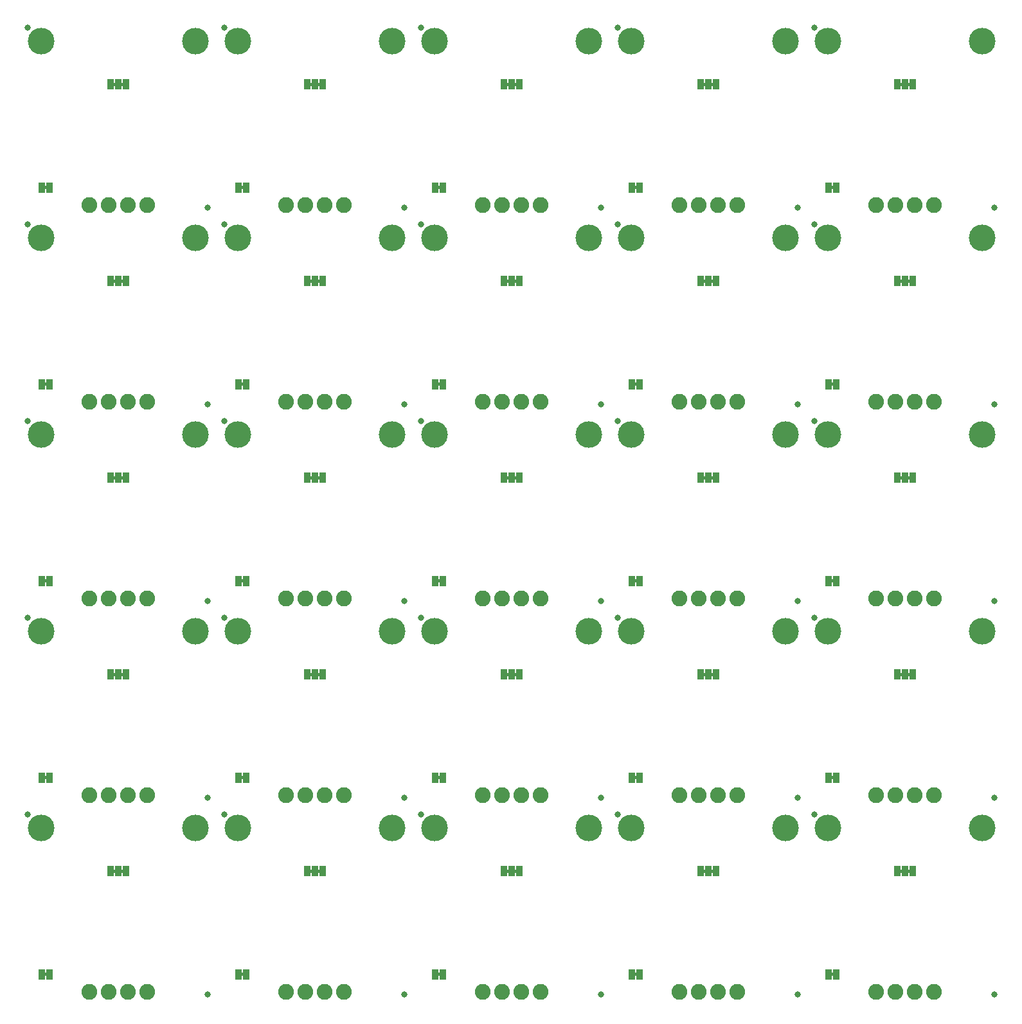
<source format=gbs>
G75*
%MOIN*%
%OFA0B0*%
%FSLAX25Y25*%
%IPPOS*%
%LPD*%
%AMOC8*
5,1,8,0,0,1.08239X$1,22.5*
%
%ADD10C,0.13800*%
%ADD11R,0.03300X0.05800*%
%ADD12C,0.00500*%
%ADD13C,0.08200*%
%ADD14C,0.03300*%
D10*
X0048342Y0118750D03*
X0128342Y0118750D03*
X0150342Y0118750D03*
X0230342Y0118750D03*
X0252342Y0118750D03*
X0332342Y0118750D03*
X0354342Y0118750D03*
X0434342Y0118750D03*
X0456342Y0118750D03*
X0536342Y0118750D03*
X0536342Y0220750D03*
X0456342Y0220750D03*
X0434342Y0220750D03*
X0354342Y0220750D03*
X0332342Y0220750D03*
X0252342Y0220750D03*
X0230342Y0220750D03*
X0150342Y0220750D03*
X0128342Y0220750D03*
X0048342Y0220750D03*
X0048342Y0322750D03*
X0128342Y0322750D03*
X0150342Y0322750D03*
X0230342Y0322750D03*
X0252342Y0322750D03*
X0332342Y0322750D03*
X0354342Y0322750D03*
X0434342Y0322750D03*
X0456342Y0322750D03*
X0536342Y0322750D03*
X0536342Y0424750D03*
X0456342Y0424750D03*
X0434342Y0424750D03*
X0354342Y0424750D03*
X0332342Y0424750D03*
X0252342Y0424750D03*
X0230342Y0424750D03*
X0150342Y0424750D03*
X0128342Y0424750D03*
X0048342Y0424750D03*
X0048342Y0526750D03*
X0128342Y0526750D03*
X0150342Y0526750D03*
X0230342Y0526750D03*
X0252342Y0526750D03*
X0332342Y0526750D03*
X0354342Y0526750D03*
X0434342Y0526750D03*
X0456342Y0526750D03*
X0536342Y0526750D03*
D11*
X0048842Y0042750D03*
X0052842Y0042750D03*
X0084342Y0096250D03*
X0088342Y0096250D03*
X0092342Y0096250D03*
X0052842Y0144750D03*
X0048842Y0144750D03*
X0084342Y0198250D03*
X0088342Y0198250D03*
X0092342Y0198250D03*
X0052842Y0246750D03*
X0048842Y0246750D03*
X0084342Y0300250D03*
X0088342Y0300250D03*
X0092342Y0300250D03*
X0052842Y0348750D03*
X0048842Y0348750D03*
X0084342Y0402250D03*
X0088342Y0402250D03*
X0092342Y0402250D03*
X0052842Y0450750D03*
X0048842Y0450750D03*
X0084342Y0504250D03*
X0088342Y0504250D03*
X0092342Y0504250D03*
X0150842Y0450750D03*
X0154842Y0450750D03*
X0186342Y0402250D03*
X0190342Y0402250D03*
X0194342Y0402250D03*
X0154842Y0348750D03*
X0150842Y0348750D03*
X0186342Y0300250D03*
X0190342Y0300250D03*
X0194342Y0300250D03*
X0154842Y0246750D03*
X0150842Y0246750D03*
X0186342Y0198250D03*
X0190342Y0198250D03*
X0194342Y0198250D03*
X0154842Y0144750D03*
X0150842Y0144750D03*
X0186342Y0096250D03*
X0190342Y0096250D03*
X0194342Y0096250D03*
X0154842Y0042750D03*
X0150842Y0042750D03*
X0252842Y0042750D03*
X0256842Y0042750D03*
X0288342Y0096250D03*
X0292342Y0096250D03*
X0296342Y0096250D03*
X0256842Y0144750D03*
X0252842Y0144750D03*
X0288342Y0198250D03*
X0292342Y0198250D03*
X0296342Y0198250D03*
X0256842Y0246750D03*
X0252842Y0246750D03*
X0288342Y0300250D03*
X0292342Y0300250D03*
X0296342Y0300250D03*
X0256842Y0348750D03*
X0252842Y0348750D03*
X0288342Y0402250D03*
X0292342Y0402250D03*
X0296342Y0402250D03*
X0256842Y0450750D03*
X0252842Y0450750D03*
X0288342Y0504250D03*
X0292342Y0504250D03*
X0296342Y0504250D03*
X0354842Y0450750D03*
X0358842Y0450750D03*
X0390342Y0402250D03*
X0394342Y0402250D03*
X0398342Y0402250D03*
X0358842Y0348750D03*
X0354842Y0348750D03*
X0390342Y0300250D03*
X0394342Y0300250D03*
X0398342Y0300250D03*
X0358842Y0246750D03*
X0354842Y0246750D03*
X0390342Y0198250D03*
X0394342Y0198250D03*
X0398342Y0198250D03*
X0358842Y0144750D03*
X0354842Y0144750D03*
X0390342Y0096250D03*
X0394342Y0096250D03*
X0398342Y0096250D03*
X0358842Y0042750D03*
X0354842Y0042750D03*
X0456842Y0042750D03*
X0460842Y0042750D03*
X0492342Y0096250D03*
X0496342Y0096250D03*
X0500342Y0096250D03*
X0460842Y0144750D03*
X0456842Y0144750D03*
X0492342Y0198250D03*
X0496342Y0198250D03*
X0500342Y0198250D03*
X0460842Y0246750D03*
X0456842Y0246750D03*
X0492342Y0300250D03*
X0496342Y0300250D03*
X0500342Y0300250D03*
X0460842Y0348750D03*
X0456842Y0348750D03*
X0492342Y0402250D03*
X0496342Y0402250D03*
X0500342Y0402250D03*
X0460842Y0450750D03*
X0456842Y0450750D03*
X0492342Y0504250D03*
X0496342Y0504250D03*
X0500342Y0504250D03*
X0398342Y0504250D03*
X0394342Y0504250D03*
X0390342Y0504250D03*
X0194342Y0504250D03*
X0190342Y0504250D03*
X0186342Y0504250D03*
D12*
X0187592Y0504330D02*
X0189092Y0504330D01*
X0189092Y0504750D02*
X0189092Y0503750D01*
X0187592Y0503750D01*
X0187592Y0504750D01*
X0189092Y0504750D01*
X0189092Y0503831D02*
X0187592Y0503831D01*
X0191592Y0503831D02*
X0193092Y0503831D01*
X0193092Y0503750D02*
X0193092Y0504750D01*
X0191592Y0504750D01*
X0191592Y0503750D01*
X0193092Y0503750D01*
X0193092Y0504330D02*
X0191592Y0504330D01*
X0153592Y0451250D02*
X0153592Y0450250D01*
X0152092Y0450250D01*
X0152092Y0451250D01*
X0153592Y0451250D01*
X0153592Y0450989D02*
X0152092Y0450989D01*
X0152092Y0450491D02*
X0153592Y0450491D01*
X0187592Y0402750D02*
X0187592Y0401750D01*
X0189092Y0401750D01*
X0189092Y0402750D01*
X0187592Y0402750D01*
X0187592Y0402633D02*
X0189092Y0402633D01*
X0189092Y0402135D02*
X0187592Y0402135D01*
X0191592Y0402135D02*
X0193092Y0402135D01*
X0193092Y0401750D02*
X0193092Y0402750D01*
X0191592Y0402750D01*
X0191592Y0401750D01*
X0193092Y0401750D01*
X0193092Y0402633D02*
X0191592Y0402633D01*
X0153592Y0349250D02*
X0153592Y0348250D01*
X0152092Y0348250D01*
X0152092Y0349250D01*
X0153592Y0349250D01*
X0153592Y0348794D02*
X0152092Y0348794D01*
X0152092Y0348296D02*
X0153592Y0348296D01*
X0187592Y0300750D02*
X0187592Y0299750D01*
X0189092Y0299750D01*
X0189092Y0300750D01*
X0187592Y0300750D01*
X0187592Y0300439D02*
X0189092Y0300439D01*
X0189092Y0299940D02*
X0187592Y0299940D01*
X0191592Y0299940D02*
X0193092Y0299940D01*
X0193092Y0299750D02*
X0193092Y0300750D01*
X0191592Y0300750D01*
X0191592Y0299750D01*
X0193092Y0299750D01*
X0193092Y0300439D02*
X0191592Y0300439D01*
X0153592Y0247250D02*
X0153592Y0246250D01*
X0152092Y0246250D01*
X0152092Y0247250D01*
X0153592Y0247250D01*
X0153592Y0247098D02*
X0152092Y0247098D01*
X0152092Y0246599D02*
X0153592Y0246599D01*
X0187592Y0198750D02*
X0187592Y0197750D01*
X0189092Y0197750D01*
X0189092Y0198750D01*
X0187592Y0198750D01*
X0187592Y0198742D02*
X0189092Y0198742D01*
X0189092Y0198244D02*
X0187592Y0198244D01*
X0191592Y0198244D02*
X0193092Y0198244D01*
X0193092Y0197750D02*
X0193092Y0198750D01*
X0191592Y0198750D01*
X0191592Y0197750D01*
X0193092Y0197750D01*
X0193092Y0198742D02*
X0191592Y0198742D01*
X0153592Y0145250D02*
X0153592Y0144250D01*
X0152092Y0144250D01*
X0152092Y0145250D01*
X0153592Y0145250D01*
X0153592Y0144903D02*
X0152092Y0144903D01*
X0152092Y0144405D02*
X0153592Y0144405D01*
X0187592Y0096750D02*
X0187592Y0095750D01*
X0189092Y0095750D01*
X0189092Y0096750D01*
X0187592Y0096750D01*
X0187592Y0096548D02*
X0189092Y0096548D01*
X0189092Y0096049D02*
X0187592Y0096049D01*
X0191592Y0096049D02*
X0193092Y0096049D01*
X0193092Y0095750D02*
X0193092Y0096750D01*
X0191592Y0096750D01*
X0191592Y0095750D01*
X0193092Y0095750D01*
X0193092Y0096548D02*
X0191592Y0096548D01*
X0153592Y0043250D02*
X0153592Y0042250D01*
X0152092Y0042250D01*
X0152092Y0043250D01*
X0153592Y0043250D01*
X0153592Y0043207D02*
X0152092Y0043207D01*
X0152092Y0042708D02*
X0153592Y0042708D01*
X0091092Y0095750D02*
X0091092Y0096750D01*
X0089592Y0096750D01*
X0089592Y0095750D01*
X0091092Y0095750D01*
X0091092Y0096049D02*
X0089592Y0096049D01*
X0089592Y0096548D02*
X0091092Y0096548D01*
X0087092Y0096548D02*
X0085592Y0096548D01*
X0085592Y0096750D02*
X0085592Y0095750D01*
X0087092Y0095750D01*
X0087092Y0096750D01*
X0085592Y0096750D01*
X0085592Y0096049D02*
X0087092Y0096049D01*
X0051592Y0144250D02*
X0051592Y0145250D01*
X0050092Y0145250D01*
X0050092Y0144250D01*
X0051592Y0144250D01*
X0051592Y0144405D02*
X0050092Y0144405D01*
X0050092Y0144903D02*
X0051592Y0144903D01*
X0085592Y0197750D02*
X0087092Y0197750D01*
X0087092Y0198750D01*
X0085592Y0198750D01*
X0085592Y0197750D01*
X0085592Y0198244D02*
X0087092Y0198244D01*
X0087092Y0198742D02*
X0085592Y0198742D01*
X0089592Y0198742D02*
X0091092Y0198742D01*
X0091092Y0198750D02*
X0091092Y0197750D01*
X0089592Y0197750D01*
X0089592Y0198750D01*
X0091092Y0198750D01*
X0091092Y0198244D02*
X0089592Y0198244D01*
X0051592Y0246250D02*
X0051592Y0247250D01*
X0050092Y0247250D01*
X0050092Y0246250D01*
X0051592Y0246250D01*
X0051592Y0246599D02*
X0050092Y0246599D01*
X0050092Y0247098D02*
X0051592Y0247098D01*
X0085592Y0299750D02*
X0087092Y0299750D01*
X0087092Y0300750D01*
X0085592Y0300750D01*
X0085592Y0299750D01*
X0085592Y0299940D02*
X0087092Y0299940D01*
X0087092Y0300439D02*
X0085592Y0300439D01*
X0089592Y0300439D02*
X0091092Y0300439D01*
X0091092Y0300750D02*
X0091092Y0299750D01*
X0089592Y0299750D01*
X0089592Y0300750D01*
X0091092Y0300750D01*
X0091092Y0299940D02*
X0089592Y0299940D01*
X0051592Y0348250D02*
X0051592Y0349250D01*
X0050092Y0349250D01*
X0050092Y0348250D01*
X0051592Y0348250D01*
X0051592Y0348296D02*
X0050092Y0348296D01*
X0050092Y0348794D02*
X0051592Y0348794D01*
X0085592Y0401750D02*
X0087092Y0401750D01*
X0087092Y0402750D01*
X0085592Y0402750D01*
X0085592Y0401750D01*
X0085592Y0402135D02*
X0087092Y0402135D01*
X0087092Y0402633D02*
X0085592Y0402633D01*
X0089592Y0402633D02*
X0091092Y0402633D01*
X0091092Y0402750D02*
X0091092Y0401750D01*
X0089592Y0401750D01*
X0089592Y0402750D01*
X0091092Y0402750D01*
X0091092Y0402135D02*
X0089592Y0402135D01*
X0051592Y0450250D02*
X0051592Y0451250D01*
X0050092Y0451250D01*
X0050092Y0450250D01*
X0051592Y0450250D01*
X0051592Y0450491D02*
X0050092Y0450491D01*
X0050092Y0450989D02*
X0051592Y0450989D01*
X0085592Y0503750D02*
X0087092Y0503750D01*
X0087092Y0504750D01*
X0085592Y0504750D01*
X0085592Y0503750D01*
X0085592Y0503831D02*
X0087092Y0503831D01*
X0087092Y0504330D02*
X0085592Y0504330D01*
X0089592Y0504330D02*
X0091092Y0504330D01*
X0091092Y0504750D02*
X0091092Y0503750D01*
X0089592Y0503750D01*
X0089592Y0504750D01*
X0091092Y0504750D01*
X0091092Y0503831D02*
X0089592Y0503831D01*
X0254092Y0451250D02*
X0254092Y0450250D01*
X0255592Y0450250D01*
X0255592Y0451250D01*
X0254092Y0451250D01*
X0254092Y0450989D02*
X0255592Y0450989D01*
X0255592Y0450491D02*
X0254092Y0450491D01*
X0289592Y0402750D02*
X0289592Y0401750D01*
X0291092Y0401750D01*
X0291092Y0402750D01*
X0289592Y0402750D01*
X0289592Y0402633D02*
X0291092Y0402633D01*
X0291092Y0402135D02*
X0289592Y0402135D01*
X0293592Y0402135D02*
X0295092Y0402135D01*
X0295092Y0401750D02*
X0295092Y0402750D01*
X0293592Y0402750D01*
X0293592Y0401750D01*
X0295092Y0401750D01*
X0295092Y0402633D02*
X0293592Y0402633D01*
X0255592Y0349250D02*
X0255592Y0348250D01*
X0254092Y0348250D01*
X0254092Y0349250D01*
X0255592Y0349250D01*
X0255592Y0348794D02*
X0254092Y0348794D01*
X0254092Y0348296D02*
X0255592Y0348296D01*
X0289592Y0300750D02*
X0289592Y0299750D01*
X0291092Y0299750D01*
X0291092Y0300750D01*
X0289592Y0300750D01*
X0289592Y0300439D02*
X0291092Y0300439D01*
X0291092Y0299940D02*
X0289592Y0299940D01*
X0293592Y0299940D02*
X0295092Y0299940D01*
X0295092Y0299750D02*
X0295092Y0300750D01*
X0293592Y0300750D01*
X0293592Y0299750D01*
X0295092Y0299750D01*
X0295092Y0300439D02*
X0293592Y0300439D01*
X0255592Y0247250D02*
X0255592Y0246250D01*
X0254092Y0246250D01*
X0254092Y0247250D01*
X0255592Y0247250D01*
X0255592Y0247098D02*
X0254092Y0247098D01*
X0254092Y0246599D02*
X0255592Y0246599D01*
X0289592Y0198750D02*
X0289592Y0197750D01*
X0291092Y0197750D01*
X0291092Y0198750D01*
X0289592Y0198750D01*
X0289592Y0198742D02*
X0291092Y0198742D01*
X0291092Y0198244D02*
X0289592Y0198244D01*
X0293592Y0198244D02*
X0295092Y0198244D01*
X0295092Y0197750D02*
X0295092Y0198750D01*
X0293592Y0198750D01*
X0293592Y0197750D01*
X0295092Y0197750D01*
X0295092Y0198742D02*
X0293592Y0198742D01*
X0255592Y0145250D02*
X0255592Y0144250D01*
X0254092Y0144250D01*
X0254092Y0145250D01*
X0255592Y0145250D01*
X0255592Y0144903D02*
X0254092Y0144903D01*
X0254092Y0144405D02*
X0255592Y0144405D01*
X0289592Y0096750D02*
X0289592Y0095750D01*
X0291092Y0095750D01*
X0291092Y0096750D01*
X0289592Y0096750D01*
X0289592Y0096548D02*
X0291092Y0096548D01*
X0291092Y0096049D02*
X0289592Y0096049D01*
X0293592Y0096049D02*
X0295092Y0096049D01*
X0295092Y0095750D02*
X0295092Y0096750D01*
X0293592Y0096750D01*
X0293592Y0095750D01*
X0295092Y0095750D01*
X0295092Y0096548D02*
X0293592Y0096548D01*
X0255592Y0043250D02*
X0255592Y0042250D01*
X0254092Y0042250D01*
X0254092Y0043250D01*
X0255592Y0043250D01*
X0255592Y0043207D02*
X0254092Y0043207D01*
X0254092Y0042708D02*
X0255592Y0042708D01*
X0356092Y0042708D02*
X0357592Y0042708D01*
X0357592Y0042250D02*
X0357592Y0043250D01*
X0356092Y0043250D01*
X0356092Y0042250D01*
X0357592Y0042250D01*
X0357592Y0043207D02*
X0356092Y0043207D01*
X0391592Y0095750D02*
X0393092Y0095750D01*
X0393092Y0096750D01*
X0391592Y0096750D01*
X0391592Y0095750D01*
X0391592Y0096049D02*
X0393092Y0096049D01*
X0393092Y0096548D02*
X0391592Y0096548D01*
X0395592Y0096548D02*
X0397092Y0096548D01*
X0397092Y0096750D02*
X0397092Y0095750D01*
X0395592Y0095750D01*
X0395592Y0096750D01*
X0397092Y0096750D01*
X0397092Y0096049D02*
X0395592Y0096049D01*
X0357592Y0144250D02*
X0356092Y0144250D01*
X0356092Y0145250D01*
X0357592Y0145250D01*
X0357592Y0144250D01*
X0357592Y0144405D02*
X0356092Y0144405D01*
X0356092Y0144903D02*
X0357592Y0144903D01*
X0391592Y0197750D02*
X0393092Y0197750D01*
X0393092Y0198750D01*
X0391592Y0198750D01*
X0391592Y0197750D01*
X0391592Y0198244D02*
X0393092Y0198244D01*
X0393092Y0198742D02*
X0391592Y0198742D01*
X0395592Y0198742D02*
X0397092Y0198742D01*
X0397092Y0198750D02*
X0397092Y0197750D01*
X0395592Y0197750D01*
X0395592Y0198750D01*
X0397092Y0198750D01*
X0397092Y0198244D02*
X0395592Y0198244D01*
X0357592Y0246250D02*
X0356092Y0246250D01*
X0356092Y0247250D01*
X0357592Y0247250D01*
X0357592Y0246250D01*
X0357592Y0246599D02*
X0356092Y0246599D01*
X0356092Y0247098D02*
X0357592Y0247098D01*
X0391592Y0299750D02*
X0393092Y0299750D01*
X0393092Y0300750D01*
X0391592Y0300750D01*
X0391592Y0299750D01*
X0391592Y0299940D02*
X0393092Y0299940D01*
X0393092Y0300439D02*
X0391592Y0300439D01*
X0395592Y0300439D02*
X0397092Y0300439D01*
X0397092Y0300750D02*
X0397092Y0299750D01*
X0395592Y0299750D01*
X0395592Y0300750D01*
X0397092Y0300750D01*
X0397092Y0299940D02*
X0395592Y0299940D01*
X0357592Y0348250D02*
X0356092Y0348250D01*
X0356092Y0349250D01*
X0357592Y0349250D01*
X0357592Y0348250D01*
X0357592Y0348296D02*
X0356092Y0348296D01*
X0356092Y0348794D02*
X0357592Y0348794D01*
X0391592Y0401750D02*
X0393092Y0401750D01*
X0393092Y0402750D01*
X0391592Y0402750D01*
X0391592Y0401750D01*
X0391592Y0402135D02*
X0393092Y0402135D01*
X0393092Y0402633D02*
X0391592Y0402633D01*
X0395592Y0402633D02*
X0397092Y0402633D01*
X0397092Y0402750D02*
X0397092Y0401750D01*
X0395592Y0401750D01*
X0395592Y0402750D01*
X0397092Y0402750D01*
X0397092Y0402135D02*
X0395592Y0402135D01*
X0357592Y0450250D02*
X0356092Y0450250D01*
X0356092Y0451250D01*
X0357592Y0451250D01*
X0357592Y0450250D01*
X0357592Y0450491D02*
X0356092Y0450491D01*
X0356092Y0450989D02*
X0357592Y0450989D01*
X0391592Y0503750D02*
X0393092Y0503750D01*
X0393092Y0504750D01*
X0391592Y0504750D01*
X0391592Y0503750D01*
X0391592Y0503831D02*
X0393092Y0503831D01*
X0393092Y0504330D02*
X0391592Y0504330D01*
X0395592Y0504330D02*
X0397092Y0504330D01*
X0397092Y0504750D02*
X0397092Y0503750D01*
X0395592Y0503750D01*
X0395592Y0504750D01*
X0397092Y0504750D01*
X0397092Y0503831D02*
X0395592Y0503831D01*
X0458092Y0451250D02*
X0458092Y0450250D01*
X0459592Y0450250D01*
X0459592Y0451250D01*
X0458092Y0451250D01*
X0458092Y0450989D02*
X0459592Y0450989D01*
X0459592Y0450491D02*
X0458092Y0450491D01*
X0493592Y0402750D02*
X0493592Y0401750D01*
X0495092Y0401750D01*
X0495092Y0402750D01*
X0493592Y0402750D01*
X0493592Y0402633D02*
X0495092Y0402633D01*
X0495092Y0402135D02*
X0493592Y0402135D01*
X0497592Y0402135D02*
X0499092Y0402135D01*
X0499092Y0401750D02*
X0499092Y0402750D01*
X0497592Y0402750D01*
X0497592Y0401750D01*
X0499092Y0401750D01*
X0499092Y0402633D02*
X0497592Y0402633D01*
X0459592Y0349250D02*
X0459592Y0348250D01*
X0458092Y0348250D01*
X0458092Y0349250D01*
X0459592Y0349250D01*
X0459592Y0348794D02*
X0458092Y0348794D01*
X0458092Y0348296D02*
X0459592Y0348296D01*
X0493592Y0300750D02*
X0493592Y0299750D01*
X0495092Y0299750D01*
X0495092Y0300750D01*
X0493592Y0300750D01*
X0493592Y0300439D02*
X0495092Y0300439D01*
X0495092Y0299940D02*
X0493592Y0299940D01*
X0497592Y0299940D02*
X0499092Y0299940D01*
X0499092Y0299750D02*
X0499092Y0300750D01*
X0497592Y0300750D01*
X0497592Y0299750D01*
X0499092Y0299750D01*
X0499092Y0300439D02*
X0497592Y0300439D01*
X0459592Y0247250D02*
X0459592Y0246250D01*
X0458092Y0246250D01*
X0458092Y0247250D01*
X0459592Y0247250D01*
X0459592Y0247098D02*
X0458092Y0247098D01*
X0458092Y0246599D02*
X0459592Y0246599D01*
X0493592Y0198750D02*
X0493592Y0197750D01*
X0495092Y0197750D01*
X0495092Y0198750D01*
X0493592Y0198750D01*
X0493592Y0198742D02*
X0495092Y0198742D01*
X0495092Y0198244D02*
X0493592Y0198244D01*
X0497592Y0198244D02*
X0499092Y0198244D01*
X0499092Y0197750D02*
X0499092Y0198750D01*
X0497592Y0198750D01*
X0497592Y0197750D01*
X0499092Y0197750D01*
X0499092Y0198742D02*
X0497592Y0198742D01*
X0459592Y0145250D02*
X0459592Y0144250D01*
X0458092Y0144250D01*
X0458092Y0145250D01*
X0459592Y0145250D01*
X0459592Y0144903D02*
X0458092Y0144903D01*
X0458092Y0144405D02*
X0459592Y0144405D01*
X0493592Y0096750D02*
X0493592Y0095750D01*
X0495092Y0095750D01*
X0495092Y0096750D01*
X0493592Y0096750D01*
X0493592Y0096548D02*
X0495092Y0096548D01*
X0495092Y0096049D02*
X0493592Y0096049D01*
X0497592Y0096049D02*
X0499092Y0096049D01*
X0499092Y0095750D02*
X0499092Y0096750D01*
X0497592Y0096750D01*
X0497592Y0095750D01*
X0499092Y0095750D01*
X0499092Y0096548D02*
X0497592Y0096548D01*
X0459592Y0043250D02*
X0459592Y0042250D01*
X0458092Y0042250D01*
X0458092Y0043250D01*
X0459592Y0043250D01*
X0459592Y0043207D02*
X0458092Y0043207D01*
X0458092Y0042708D02*
X0459592Y0042708D01*
X0051592Y0042708D02*
X0050092Y0042708D01*
X0050092Y0042250D02*
X0050092Y0043250D01*
X0051592Y0043250D01*
X0051592Y0042250D01*
X0050092Y0042250D01*
X0050092Y0043207D02*
X0051592Y0043207D01*
X0289592Y0503750D02*
X0291092Y0503750D01*
X0291092Y0504750D01*
X0289592Y0504750D01*
X0289592Y0503750D01*
X0289592Y0503831D02*
X0291092Y0503831D01*
X0291092Y0504330D02*
X0289592Y0504330D01*
X0293592Y0504330D02*
X0295092Y0504330D01*
X0295092Y0504750D02*
X0295092Y0503750D01*
X0293592Y0503750D01*
X0293592Y0504750D01*
X0295092Y0504750D01*
X0295092Y0503831D02*
X0293592Y0503831D01*
X0493592Y0503831D02*
X0495092Y0503831D01*
X0495092Y0503750D02*
X0495092Y0504750D01*
X0493592Y0504750D01*
X0493592Y0503750D01*
X0495092Y0503750D01*
X0495092Y0504330D02*
X0493592Y0504330D01*
X0497592Y0504330D02*
X0499092Y0504330D01*
X0499092Y0504750D02*
X0499092Y0503750D01*
X0497592Y0503750D01*
X0497592Y0504750D01*
X0499092Y0504750D01*
X0499092Y0503831D02*
X0497592Y0503831D01*
D13*
X0501342Y0441750D03*
X0511342Y0441750D03*
X0491342Y0441750D03*
X0481342Y0441750D03*
X0409342Y0441750D03*
X0399342Y0441750D03*
X0389342Y0441750D03*
X0379342Y0441750D03*
X0307342Y0441750D03*
X0297342Y0441750D03*
X0287342Y0441750D03*
X0277342Y0441750D03*
X0205342Y0441750D03*
X0195342Y0441750D03*
X0185342Y0441750D03*
X0175342Y0441750D03*
X0103342Y0441750D03*
X0093342Y0441750D03*
X0083342Y0441750D03*
X0073342Y0441750D03*
X0073342Y0339750D03*
X0083342Y0339750D03*
X0093342Y0339750D03*
X0103342Y0339750D03*
X0175342Y0339750D03*
X0185342Y0339750D03*
X0195342Y0339750D03*
X0205342Y0339750D03*
X0277342Y0339750D03*
X0287342Y0339750D03*
X0297342Y0339750D03*
X0307342Y0339750D03*
X0379342Y0339750D03*
X0389342Y0339750D03*
X0399342Y0339750D03*
X0409342Y0339750D03*
X0481342Y0339750D03*
X0491342Y0339750D03*
X0501342Y0339750D03*
X0511342Y0339750D03*
X0511342Y0237750D03*
X0501342Y0237750D03*
X0491342Y0237750D03*
X0481342Y0237750D03*
X0409342Y0237750D03*
X0399342Y0237750D03*
X0389342Y0237750D03*
X0379342Y0237750D03*
X0307342Y0237750D03*
X0297342Y0237750D03*
X0287342Y0237750D03*
X0277342Y0237750D03*
X0205342Y0237750D03*
X0195342Y0237750D03*
X0185342Y0237750D03*
X0175342Y0237750D03*
X0103342Y0237750D03*
X0093342Y0237750D03*
X0083342Y0237750D03*
X0073342Y0237750D03*
X0073342Y0135750D03*
X0083342Y0135750D03*
X0093342Y0135750D03*
X0103342Y0135750D03*
X0175342Y0135750D03*
X0185342Y0135750D03*
X0195342Y0135750D03*
X0205342Y0135750D03*
X0277342Y0135750D03*
X0287342Y0135750D03*
X0297342Y0135750D03*
X0307342Y0135750D03*
X0379342Y0135750D03*
X0389342Y0135750D03*
X0399342Y0135750D03*
X0409342Y0135750D03*
X0481342Y0135750D03*
X0491342Y0135750D03*
X0501342Y0135750D03*
X0511342Y0135750D03*
X0511342Y0033750D03*
X0501342Y0033750D03*
X0491342Y0033750D03*
X0481342Y0033750D03*
X0409342Y0033750D03*
X0399342Y0033750D03*
X0389342Y0033750D03*
X0379342Y0033750D03*
X0307342Y0033750D03*
X0297342Y0033750D03*
X0287342Y0033750D03*
X0277342Y0033750D03*
X0205342Y0033750D03*
X0195342Y0033750D03*
X0185342Y0033750D03*
X0175342Y0033750D03*
X0103342Y0033750D03*
X0093342Y0033750D03*
X0083342Y0033750D03*
X0073342Y0033750D03*
D14*
X0134842Y0032250D03*
X0143342Y0125750D03*
X0134842Y0134250D03*
X0041342Y0125750D03*
X0041342Y0227750D03*
X0134842Y0236250D03*
X0143342Y0227750D03*
X0236842Y0236250D03*
X0245342Y0227750D03*
X0338842Y0236250D03*
X0347342Y0227750D03*
X0440842Y0236250D03*
X0449342Y0227750D03*
X0542842Y0236250D03*
X0449342Y0329750D03*
X0440842Y0338250D03*
X0347342Y0329750D03*
X0338842Y0338250D03*
X0245342Y0329750D03*
X0236842Y0338250D03*
X0143342Y0329750D03*
X0134842Y0338250D03*
X0041342Y0329750D03*
X0041342Y0431750D03*
X0134842Y0440250D03*
X0143342Y0431750D03*
X0236842Y0440250D03*
X0245342Y0431750D03*
X0338842Y0440250D03*
X0347342Y0431750D03*
X0440842Y0440250D03*
X0449342Y0431750D03*
X0542842Y0440250D03*
X0449342Y0533750D03*
X0347342Y0533750D03*
X0245342Y0533750D03*
X0143342Y0533750D03*
X0041342Y0533750D03*
X0236842Y0134250D03*
X0245342Y0125750D03*
X0338842Y0134250D03*
X0347342Y0125750D03*
X0440842Y0134250D03*
X0449342Y0125750D03*
X0542842Y0134250D03*
X0542842Y0032250D03*
X0440842Y0032250D03*
X0338842Y0032250D03*
X0236842Y0032250D03*
X0542842Y0338250D03*
M02*

</source>
